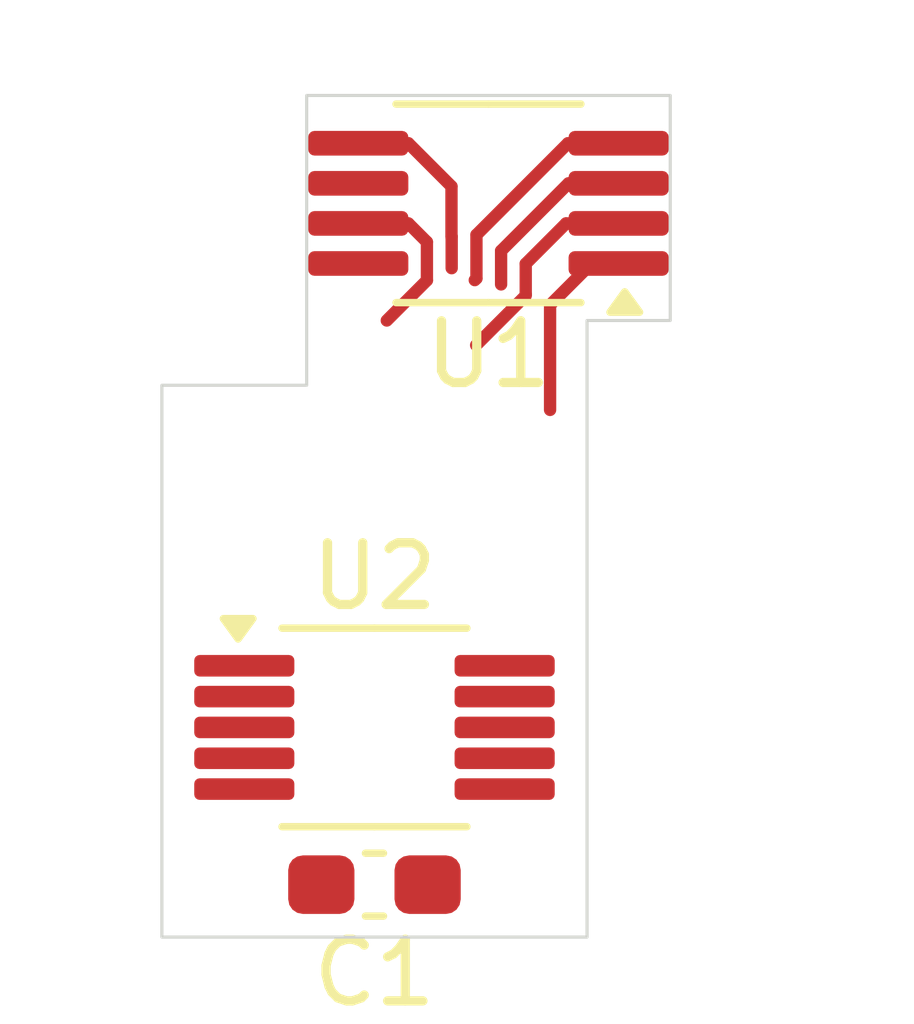
<source format=kicad_pcb>
(kicad_pcb (version 20241229) (generator "pcbnew") (generator_version "9.0")
  (layers (0 "F.Cu" signal) (2 "B.Cu" signal) (13 "F.Paste" user) (15 "B.Paste" user) (5 "F.SilkS" user "F.Silkscreen") (7 "B.SilkS" user "B.Silkscreen") (1 "F.Mask" user) (3 "B.Mask" user) (25 "Edge.Cuts" user))
  (net 0 "")
  (net 1 "/CH1+")
  (net 2 "VSS")
  (net 3 "/CH1-")
  (net 4 "VDD")
  (net 5 "/SDA")
  (net 6 "/CH2-")
  (net 7 "/SCL")
  (net 8 "/CH2+")
  (footprint "Package_SO:MSOP-8_3x3mm_P0.65mm" (layer "F.Cu") (at 156.15 108.1 180)
    (property "Reference" "U1" (at 0 -2.45 0) (layer "F.SilkS"))
    (property "Value" "MCP3422Axx-xMS")
    (fp_line (start 0 1.61) (end 1.5 1.61) (stroke (width 0.12)) (layer "F.SilkS"))
    (fp_line (start 0 1.61) (end -1.5 1.61) (stroke (width 0.12)) (layer "F.SilkS"))
    (fp_line (start 0 -1.61) (end 1.5 -1.61) (stroke (width 0.12)) (layer "F.SilkS"))
    (fp_line (start 0 -1.61) (end -1.5 -1.61) (stroke (width 0.12)) (layer "F.SilkS"))
    (fp_poly (pts (xy -2.2125 -1.435) (xy -2.4525 -1.765) (xy -1.9725 -1.765)) (stroke (width 0.12)) (fill yes) (layer "F.SilkS"))
    (pad "1" smd roundrect (at -2.1125 -0.975 180) (size 1.625 0.4) (layers "F.Cu" "F.Mask" "F.Paste") (net 1 "/CH1+"))
    (pad "2" smd roundrect (at -2.1125 -0.325 180) (size 1.625 0.4) (layers "F.Cu" "F.Mask" "F.Paste") (net 3 "/CH1-"))
    (pad "3" smd roundrect (at -2.1125 0.325 180) (size 1.625 0.4) (layers "F.Cu" "F.Mask" "F.Paste") (net 4 "VDD"))
    (pad "4" smd roundrect (at -2.1125 0.975 180) (size 1.625 0.4) (layers "F.Cu" "F.Mask" "F.Paste") (net 5 "/SDA"))
    (pad "5" smd roundrect (at 2.1125 0.975 180) (size 1.625 0.4) (layers "F.Cu" "F.Mask" "F.Paste") (net 7 "/SCL"))
    (pad "6" smd roundrect (at 2.1125 0.325 180) (size 1.625 0.4) (layers "F.Cu" "F.Mask" "F.Paste") (net 2 "VSS"))
    (pad "7" smd roundrect (at 2.1125 -0.325 180) (size 1.625 0.4) (layers "F.Cu" "F.Mask" "F.Paste") (net 8 "/CH2+"))
    (pad "8" smd roundrect (at 2.1125 -0.975 180) (size 1.625 0.4) (layers "F.Cu" "F.Mask" "F.Paste") (net 6 "/CH2-"))
  )
  (footprint "Package_SO:MSOP-10_3x3mm_P0.5mm" (layer "F.Cu") (at 154.3 116.6)
    (property "Reference" "U2" (at 0 -2.45 0) (layer "F.SilkS"))
    (property "Value" "MCP3423x-xUN")
    (fp_line (start 0 -1.61) (end -1.5 -1.61) (stroke (width 0.12)) (layer "F.SilkS"))
    (fp_line (start 0 -1.61) (end 1.5 -1.61) (stroke (width 0.12)) (layer "F.SilkS"))
    (fp_line (start 0 1.61) (end -1.5 1.61) (stroke (width 0.12)) (layer "F.SilkS"))
    (fp_line (start 0 1.61) (end 1.5 1.61) (stroke (width 0.12)) (layer "F.SilkS"))
    (fp_poly (pts (xy -2.2125 -1.435) (xy -2.4525 -1.765) (xy -1.9725 -1.765)) (stroke (width 0.12)) (fill yes) (layer "F.SilkS"))
    (pad "1" smd roundrect (at -2.1125 -1) (size 1.625 0.35) (layers "F.Cu" "F.Mask" "F.Paste") (net 1 "/CH1+"))
    (pad "2" smd roundrect (at -2.1125 -0.5) (size 1.625 0.35) (layers "F.Cu" "F.Mask" "F.Paste") (net 3 "/CH1-"))
    (pad "3" smd roundrect (at -2.1125 0) (size 1.625 0.35) (layers "F.Cu" "F.Mask" "F.Paste") (net 2 "VSS"))
    (pad "4" smd roundrect (at -2.1125 0.5) (size 1.625 0.35) (layers "F.Cu" "F.Mask" "F.Paste") (net 8 "/CH2+"))
    (pad "5" smd roundrect (at -2.1125 1) (size 1.625 0.35) (layers "F.Cu" "F.Mask" "F.Paste") (net 6 "/CH2-"))
    (pad "6" smd roundrect (at 2.1125 1) (size 1.625 0.35) (layers "F.Cu" "F.Mask" "F.Paste") (net 4 "VDD"))
    (pad "7" smd roundrect (at 2.1125 0.5) (size 1.625 0.35) (layers "F.Cu" "F.Mask" "F.Paste") (net 5 "/SDA"))
    (pad "8" smd roundrect (at 2.1125 0) (size 1.625 0.35) (layers "F.Cu" "F.Mask" "F.Paste") (net 7 "/SCL"))
    (pad "9" smd roundrect (at 2.1125 -0.5) (size 1.625 0.35) (layers "F.Cu" "F.Mask" "F.Paste") (net 4 "VDD"))
    (pad "10" smd roundrect (at 2.1125 -1) (size 1.625 0.35) (layers "F.Cu" "F.Mask" "F.Paste") (net 4 "VDD"))
  )
  (footprint "Capacitor_SMD:C_0603_1608Metric_Pad1.08x0.95mm_HandSolder" (layer "F.Cu") (at 154.3 119.15 180)
    (property "Reference" "C1" (at 0 -1.43 0) (layer "F.SilkS"))
    (property "Value" "C_Small")
    (fp_line (start -0.146267 0.51) (end 0.146267 0.51) (stroke (width 0.12)) (layer "F.SilkS"))
    (fp_line (start -0.146267 -0.51) (end 0.146267 -0.51) (stroke (width 0.12)) (layer "F.SilkS"))
    (pad "1" smd roundrect (at -0.8625 0 180) (size 1.075 0.95) (layers "F.Cu" "F.Mask" "F.Paste") (net 4 "VDD"))
    (pad "2" smd roundrect (at 0.8625 0 180) (size 1.075 0.95) (layers "F.Cu" "F.Mask" "F.Paste") (net 2 "VSS"))
  )
  (gr_poly (pts (xy 153.2 111.05) (xy 153.2 106.35) (xy 159.1 106.35) (xy 159.1 110) (xy 157.75 110) (xy 157.75 120) (xy 150.85 120) (xy 150.85 111.05)) (stroke (width 0.05)) (fill no) (layer "Edge.Cuts"))
  (segment (start 157.823058 109.075) (end 157.15 109.748058) (width 0.2) (layer "F.Cu") (net 1))
  (segment (start 157.15 109.748058) (end 157.15 111.45) (width 0.2) (layer "F.Cu") (net 1))
  (segment (start 158.2625 109.075) (end 157.823058 109.075) (width 0.2) (layer "F.Cu") (net 1))
  (segment (start 158.2625 108.425) (end 157.409315 108.425) (width 0.2) (layer "F.Cu") (net 3))
  (segment (start 156.753 109.597) (end 155.95 110.4) (width 0.2) (layer "F.Cu") (net 3))
  (segment (start 157.409315 108.425) (end 156.755 109.079315) (width 0.2) (layer "F.Cu") (net 3))
  (segment (start 156.753 109.582392) (end 156.753 109.597) (width 0.2) (layer "F.Cu") (net 3))
  (segment (start 156.755 109.079315) (end 156.755 109.580392) (width 0.2) (layer "F.Cu") (net 3))
  (segment (start 156.755 109.580392) (end 156.753 109.582392) (width 0.2) (layer "F.Cu") (net 3))
  (segment (start 158.2625 107.775) (end 157.450001 107.775) (width 0.2) (layer "F.Cu") (net 4))
  (segment (start 156.355 108.870001) (end 156.355 109.414707) (width 0.2) (layer "F.Cu") (net 4))
  (segment (start 157.450001 107.775) (end 156.355 108.870001) (width 0.2) (layer "F.Cu") (net 4))
  (segment (start 157.440686 107.125) (end 155.955 108.610685) (width 0.2) (layer "F.Cu") (net 5))
  (segment (start 158.2625 107.125) (end 157.440686 107.125) (width 0.2) (layer "F.Cu") (net 5))
  (segment (start 155.955 108.610685) (end 155.955 109.318103) (width 0.2) (layer "F.Cu") (net 5))
  (segment (start 155.955 109.318103) (end 155.927883 109.34522) (width 0.2) (layer "F.Cu") (net 5))
  (segment (start 154.0375 107.125) (end 154.849999 107.125) (width 0.2) (layer "F.Cu") (net 7))
  (segment (start 155.549996 107.824997) (end 155.549996 108.636612) (width 0.2) (layer "F.Cu") (net 7))
  (segment (start 155.549996 108.636612) (end 155.553 108.639616) (width 0.2) (layer "F.Cu") (net 7))
  (segment (start 155.553 108.639616) (end 155.553 109.151589) (width 0.2) (layer "F.Cu") (net 7))
  (segment (start 154.849999 107.125) (end 155.549996 107.824997) (width 0.2) (layer "F.Cu") (net 7))
  (segment (start 155.151 109.349) (end 154.5 110) (width 0.2) (layer "F.Cu") (net 8))
  (segment (start 154.849999 108.425) (end 155.151 108.726001) (width 0.2) (layer "F.Cu") (net 8))
  (segment (start 155.151 108.726001) (end 155.151 109.349) (width 0.2) (layer "F.Cu") (net 8))
  (segment (start 154.0375 108.425) (end 154.849999 108.425) (width 0.2) (layer "F.Cu") (net 8))
)
</source>
